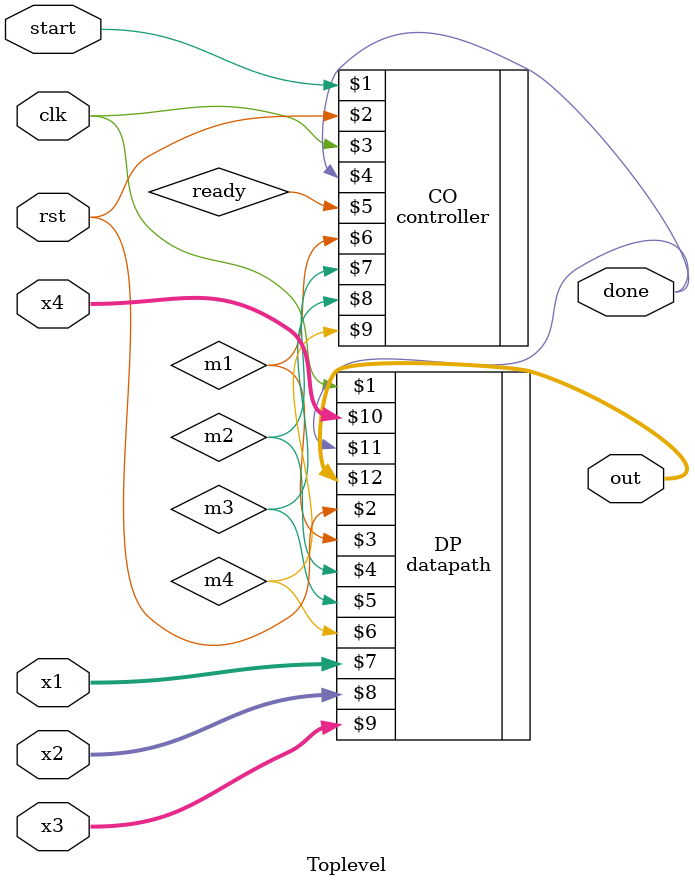
<source format=v>
/*module Toplevel #(parameter N=32)(input clk,rst,start,input [N-1:0] x1,x2,x3,x4, output[N-1:0] out, output done);

wire m1,m2,m3,m4,ready;
//wire [N-1:0] out;
datapath DP( clk,rst,m1,m2,m3,m4,  x1,x2,x3,x4, done,  out);
controller CO( start, rst,clk,done,ready,m1,m2,m3,m4);
  
endmodule*/

/*module Toplevel #(parameter N=32)(input clk,rst,start,input [N-1:0] x1,x2,x3,x4);

wire m1,m2,m3,m4,done,ready;
wire [N-1:0] out;
datapath DP( clk,rst,m1,m2,m3,m4,  x1,x2,x3,x4, done,  out);
controller CO( start, rst,clk,done,ready,m1,m2,m3,m4);
  
endmodule*/
module Toplevel(input clk,rst,start,input [31:0] x1,x2,x3,x4, output [31:0] out, output done);

wire m1,m2,m3,m4,ready;
//wire [31:0] out;
datapath DP( clk,rst,m1,m2,m3,m4,  x1,x2,x3,x4, done,  out);
controller CO( start, rst,clk,done,ready,m1,m2,m3,m4);
  
endmodule

</source>
